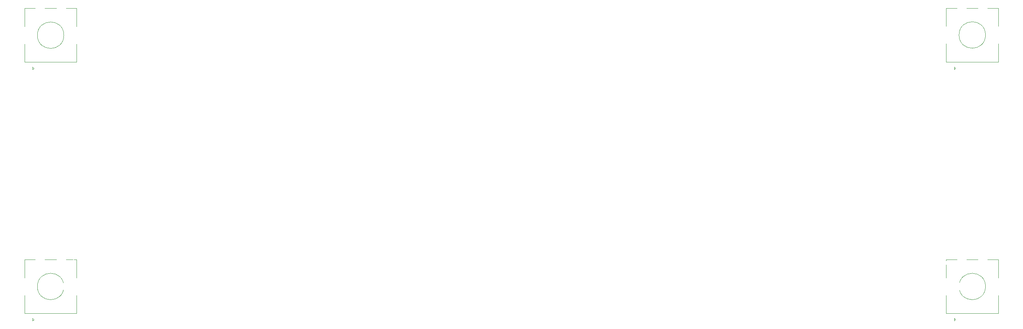
<source format=gbr>
%TF.GenerationSoftware,KiCad,Pcbnew,(6.0.7-1)-1*%
%TF.CreationDate,2022-08-22T03:12:19+03:00*%
%TF.ProjectId,Planck Drop In PCB,506c616e-636b-4204-9472-6f7020496e20,rev?*%
%TF.SameCoordinates,Original*%
%TF.FileFunction,Legend,Top*%
%TF.FilePolarity,Positive*%
%FSLAX46Y46*%
G04 Gerber Fmt 4.6, Leading zero omitted, Abs format (unit mm)*
G04 Created by KiCad (PCBNEW (6.0.7-1)-1) date 2022-08-22 03:12:19*
%MOMM*%
%LPD*%
G01*
G04 APERTURE LIST*
%ADD10C,0.120000*%
%ADD11C,1.750000*%
%ADD12C,3.987800*%
%ADD13C,3.048000*%
%ADD14R,2.000000X2.000000*%
%ADD15C,2.000000*%
%ADD16R,2.000000X3.200000*%
%ADD17C,0.750000*%
%ADD18O,1.100000X1.700000*%
%ADD19O,1.100000X2.200000*%
%ADD20C,0.800000*%
%ADD21C,0.600000*%
G04 APERTURE END LIST*
D10*
%TO.C,SW4*%
X250025107Y-128933333D02*
X250025107Y-128333333D01*
X250325107Y-128633333D02*
X250025107Y-128933333D01*
X248225107Y-123133333D02*
X248225107Y-127233333D01*
X260025107Y-115033333D02*
X260025107Y-119133333D01*
X254125107Y-121633333D02*
X254125107Y-120633333D01*
X250025107Y-128333333D02*
X250325107Y-128633333D01*
X257625107Y-115033333D02*
X260025107Y-115033333D01*
X260025107Y-123133333D02*
X260025107Y-127233333D01*
X253625107Y-121133333D02*
X254625107Y-121133333D01*
X248225107Y-119133333D02*
X248225107Y-115033333D01*
X248225107Y-115033333D02*
X250625107Y-115033333D01*
X248225107Y-127233333D02*
X260025107Y-127233333D01*
X252825107Y-115033333D02*
X255425107Y-115033333D01*
X257125107Y-121133333D02*
G75*
G03*
X257125107Y-121133333I-3000000J0D01*
G01*
%TO.C,SW1*%
X39225019Y-66158333D02*
X39225019Y-70258333D01*
X41325019Y-71658333D02*
X41025019Y-71958333D01*
X39225019Y-58058333D02*
X41625019Y-58058333D01*
X41025019Y-71358333D02*
X41325019Y-71658333D01*
X39225019Y-70258333D02*
X51025019Y-70258333D01*
X41025019Y-71958333D02*
X41025019Y-71358333D01*
X45125019Y-64658333D02*
X45125019Y-63658333D01*
X51025019Y-58058333D02*
X51025019Y-62158333D01*
X43825019Y-58058333D02*
X46425019Y-58058333D01*
X39225019Y-62158333D02*
X39225019Y-58058333D01*
X44625019Y-64158333D02*
X45625019Y-64158333D01*
X48625019Y-58058333D02*
X51025019Y-58058333D01*
X51025019Y-66158333D02*
X51025019Y-70258333D01*
X48125019Y-64158333D02*
G75*
G03*
X48125019Y-64158333I-3000000J0D01*
G01*
%TO.C,SW3*%
X260025107Y-58008333D02*
X260025107Y-62108333D01*
X260025107Y-66108333D02*
X260025107Y-70208333D01*
X248225107Y-62108333D02*
X248225107Y-58008333D01*
X250325107Y-71608333D02*
X250025107Y-71908333D01*
X248225107Y-58008333D02*
X250625107Y-58008333D01*
X250025107Y-71308333D02*
X250325107Y-71608333D01*
X248225107Y-66108333D02*
X248225107Y-70208333D01*
X254125107Y-64608333D02*
X254125107Y-63608333D01*
X248225107Y-70208333D02*
X260025107Y-70208333D01*
X252825107Y-58008333D02*
X255425107Y-58008333D01*
X253625107Y-64108333D02*
X254625107Y-64108333D01*
X250025107Y-71908333D02*
X250025107Y-71308333D01*
X257625107Y-58008333D02*
X260025107Y-58008333D01*
X257125107Y-64108333D02*
G75*
G03*
X257125107Y-64108333I-3000000J0D01*
G01*
%TO.C,SW2*%
X41025019Y-128933333D02*
X41025019Y-128333333D01*
X48625019Y-115033333D02*
X51025019Y-115033333D01*
X41025019Y-128333333D02*
X41325019Y-128633333D01*
X41325019Y-128633333D02*
X41025019Y-128933333D01*
X39225019Y-127233333D02*
X51025019Y-127233333D01*
X44625019Y-121133333D02*
X45625019Y-121133333D01*
X39225019Y-119133333D02*
X39225019Y-115033333D01*
X39225019Y-123133333D02*
X39225019Y-127233333D01*
X51025019Y-115033333D02*
X51025019Y-119133333D01*
X51025019Y-123133333D02*
X51025019Y-127233333D01*
X45125019Y-121633333D02*
X45125019Y-120633333D01*
X39225019Y-115033333D02*
X41625019Y-115033333D01*
X43825019Y-115033333D02*
X46425019Y-115033333D01*
X48125019Y-121133333D02*
G75*
G03*
X48125019Y-121133333I-3000000J0D01*
G01*
%TD*%
%LPC*%
D11*
%TO.C,MX36*%
X173045075Y-64125027D03*
X183205075Y-64125027D03*
D12*
X178125075Y-64125027D03*
%TD*%
D13*
%TO.C,MX35*%
X180531321Y-128110051D03*
D11*
X163545071Y-121125051D03*
D12*
X180531321Y-112870051D03*
X156718821Y-112870051D03*
X168625071Y-121125051D03*
D11*
X173705071Y-121125051D03*
D13*
X156718821Y-128110051D03*
%TD*%
D11*
%TO.C,MX9*%
X69205027Y-121125051D03*
X59045027Y-121125051D03*
D12*
X64125027Y-121125051D03*
%TD*%
D11*
%TO.C,MX49*%
X240205099Y-64125027D03*
D12*
X235125099Y-64125027D03*
D11*
X230045099Y-64125027D03*
%TD*%
%TO.C,MX42*%
X202205083Y-83125035D03*
X192045083Y-83125035D03*
D12*
X197125083Y-83125035D03*
%TD*%
%TO.C,MX52*%
X235125099Y-121125051D03*
D11*
X240205099Y-121125051D03*
X230045099Y-121125051D03*
%TD*%
D13*
%TO.C,MX30*%
X137718813Y-128110051D03*
D11*
X154705063Y-121125051D03*
D12*
X137718813Y-112870051D03*
D13*
X161531313Y-128110051D03*
D11*
X144545063Y-121125051D03*
D12*
X149625063Y-121125051D03*
X161531313Y-112870051D03*
%TD*%
D11*
%TO.C,MX21*%
X116045051Y-83125035D03*
D12*
X121125051Y-83125035D03*
D11*
X126205051Y-83125035D03*
%TD*%
D12*
%TO.C,MX53*%
X225625095Y-121125051D03*
D11*
X230705095Y-121125051D03*
X220545095Y-121125051D03*
%TD*%
D12*
%TO.C,MX4*%
X45125019Y-121125051D03*
D11*
X50205019Y-121125051D03*
X40045019Y-121125051D03*
%TD*%
%TO.C,MX44*%
X196795085Y-121125051D03*
D12*
X201875085Y-121125051D03*
D11*
X206955085Y-121125051D03*
%TD*%
%TO.C,MX34*%
X154045067Y-121125051D03*
X164205067Y-121125051D03*
D12*
X159125067Y-121125051D03*
%TD*%
D11*
%TO.C,MX32*%
X154045067Y-83125035D03*
D12*
X159125067Y-83125035D03*
D11*
X164205067Y-83125035D03*
%TD*%
%TO.C,MX19*%
X92295041Y-121125051D03*
D12*
X97375041Y-121125051D03*
D11*
X102455041Y-121125051D03*
%TD*%
%TO.C,MX38*%
X173045075Y-102125043D03*
X183205075Y-102125043D03*
D12*
X178125075Y-102125043D03*
%TD*%
D11*
%TO.C,MX5*%
X44795021Y-121125051D03*
D12*
X49875021Y-121125051D03*
D11*
X54955021Y-121125051D03*
%TD*%
%TO.C,MX2*%
X40045019Y-83125027D03*
D12*
X45125019Y-83125027D03*
D11*
X50205019Y-83125027D03*
%TD*%
%TO.C,MX7*%
X59045027Y-83125035D03*
X69205027Y-83125035D03*
D12*
X64125027Y-83125035D03*
%TD*%
%TO.C,MX48*%
X216125091Y-121125051D03*
D11*
X211045091Y-121125051D03*
X221205091Y-121125051D03*
%TD*%
D12*
%TO.C,MX43*%
X197125083Y-102125043D03*
D11*
X192045083Y-102125043D03*
X202205083Y-102125043D03*
%TD*%
D14*
%TO.C,SW4*%
X251625107Y-128633333D03*
D15*
X256625107Y-128633333D03*
X254125107Y-128633333D03*
D16*
X248525107Y-121133333D03*
X259725107Y-121133333D03*
D15*
X256625107Y-114133333D03*
X251625107Y-114133333D03*
%TD*%
D12*
%TO.C,MX3*%
X45125019Y-102125043D03*
D11*
X50205019Y-102125043D03*
X40045019Y-102125043D03*
%TD*%
%TO.C,MX10*%
X68545031Y-121125051D03*
D12*
X73625031Y-121125051D03*
D11*
X78705031Y-121125051D03*
%TD*%
D14*
%TO.C,SW1*%
X42625019Y-71658333D03*
D15*
X47625019Y-71658333D03*
X45125019Y-71658333D03*
D16*
X39525019Y-64158333D03*
X50725019Y-64158333D03*
D15*
X47625019Y-57158333D03*
X42625019Y-57158333D03*
%TD*%
D12*
%TO.C,MX13*%
X83125035Y-83125035D03*
D11*
X78045035Y-83125035D03*
X88205035Y-83125035D03*
%TD*%
D12*
%TO.C,MX16*%
X102125043Y-64125027D03*
D11*
X97045043Y-64125027D03*
X107205043Y-64125027D03*
%TD*%
%TO.C,MX11*%
X73295033Y-121125051D03*
X83455033Y-121125051D03*
D12*
X78375033Y-121125051D03*
%TD*%
D11*
%TO.C,MX24*%
X116045051Y-121125051D03*
X126205051Y-121125051D03*
D12*
X140175051Y-112870051D03*
D13*
X102075051Y-128110051D03*
X140175051Y-128110051D03*
D12*
X121125051Y-121125051D03*
X102075051Y-112870051D03*
%TD*%
D11*
%TO.C,MX37*%
X183205075Y-83125035D03*
D12*
X178125075Y-83125035D03*
D11*
X173045075Y-83125035D03*
%TD*%
%TO.C,MX6*%
X59045027Y-64125027D03*
D12*
X64125027Y-64125027D03*
D11*
X69205027Y-64125027D03*
%TD*%
%TO.C,MX22*%
X116045051Y-102125043D03*
X126205051Y-102125043D03*
D12*
X121125051Y-102125043D03*
%TD*%
D11*
%TO.C,MX19*%
X97045043Y-121125051D03*
X107205043Y-121125051D03*
D12*
X102125043Y-121125051D03*
%TD*%
D11*
%TO.C,MX31*%
X164205067Y-64125027D03*
D12*
X159125067Y-64125027D03*
D11*
X154045067Y-64125027D03*
%TD*%
%TO.C,MX25*%
X135045059Y-64125027D03*
D12*
X140125059Y-64125027D03*
D11*
X145205059Y-64125027D03*
%TD*%
%TO.C,MX17*%
X97045043Y-83125035D03*
D12*
X102125043Y-83125035D03*
D11*
X107205043Y-83125035D03*
%TD*%
%TO.C,MX45*%
X221205091Y-64125027D03*
X211045091Y-64125027D03*
D12*
X216125091Y-64125027D03*
%TD*%
%TO.C,MX28*%
X140125059Y-121125051D03*
D11*
X145205059Y-121125051D03*
X135045059Y-121125051D03*
%TD*%
D14*
%TO.C,SW3*%
X251625107Y-71608333D03*
D15*
X256625107Y-71608333D03*
X254125107Y-71608333D03*
D16*
X259725107Y-64108333D03*
X248525107Y-64108333D03*
D15*
X256625107Y-57108333D03*
X251625107Y-57108333D03*
%TD*%
D11*
%TO.C,MX15*%
X88205035Y-121125051D03*
X78045035Y-121125051D03*
D12*
X83125035Y-121125051D03*
%TD*%
D11*
%TO.C,MX54*%
X225955093Y-121125051D03*
D12*
X220875093Y-121125051D03*
D11*
X215795093Y-121125051D03*
%TD*%
%TO.C,MX59*%
X244295105Y-121125051D03*
X254455105Y-121125051D03*
D12*
X249375105Y-121125051D03*
%TD*%
%TO.C,MX39*%
X178125075Y-121125051D03*
D11*
X183205075Y-121125051D03*
X173045075Y-121125051D03*
%TD*%
D13*
%TO.C,MX40*%
X159075075Y-128110051D03*
D12*
X178125075Y-121125051D03*
D13*
X197175075Y-128110051D03*
D11*
X173045075Y-121125051D03*
X183205075Y-121125051D03*
D12*
X197175075Y-112870051D03*
X159075075Y-112870051D03*
%TD*%
D11*
%TO.C,MX44*%
X202205083Y-121125051D03*
D12*
X197125083Y-121125051D03*
D11*
X192045083Y-121125051D03*
%TD*%
%TO.C,MX14*%
X88205035Y-102125043D03*
D12*
X83125035Y-102125043D03*
D11*
X78045035Y-102125043D03*
%TD*%
D12*
%TO.C,MX51*%
X235125099Y-102125043D03*
D11*
X240205099Y-102125043D03*
X230045099Y-102125043D03*
%TD*%
D12*
%TO.C,MX57*%
X254125107Y-102125043D03*
D11*
X249045107Y-102125043D03*
X259205107Y-102125043D03*
%TD*%
%TO.C,MX27*%
X135045059Y-102125043D03*
D12*
X140125059Y-102125043D03*
D11*
X145205059Y-102125043D03*
%TD*%
%TO.C,MX8*%
X59045027Y-102125043D03*
D12*
X64125027Y-102125043D03*
D11*
X69205027Y-102125043D03*
%TD*%
D12*
%TO.C,MX56*%
X254125107Y-83125035D03*
D11*
X249045107Y-83125035D03*
X259205107Y-83125035D03*
%TD*%
%TO.C,MX46*%
X211045091Y-83125035D03*
D12*
X216125091Y-83125035D03*
D11*
X221205091Y-83125035D03*
%TD*%
%TO.C,MX18*%
X97045043Y-102125043D03*
D12*
X102125043Y-102125043D03*
D11*
X107205043Y-102125043D03*
%TD*%
%TO.C,MX41*%
X202205083Y-64125027D03*
D12*
X197125083Y-64125027D03*
D11*
X192045083Y-64125027D03*
%TD*%
%TO.C,MX58*%
X249045107Y-121125051D03*
X259205107Y-121125051D03*
D12*
X254125107Y-121125051D03*
%TD*%
D11*
%TO.C,MX12*%
X88205035Y-64125027D03*
X78045035Y-64125027D03*
D12*
X83125035Y-64125027D03*
%TD*%
D11*
%TO.C,MX47*%
X211045091Y-102125043D03*
X221205091Y-102125043D03*
D12*
X216125091Y-102125043D03*
%TD*%
D14*
%TO.C,SW2*%
X42625019Y-128633333D03*
D15*
X47625019Y-128633333D03*
X45125019Y-128633333D03*
D16*
X39525019Y-121133333D03*
X50725019Y-121133333D03*
D15*
X47625019Y-114133333D03*
X42625019Y-114133333D03*
%TD*%
D11*
%TO.C,MX55*%
X259205107Y-64125027D03*
X249045107Y-64125027D03*
D12*
X254125107Y-64125027D03*
%TD*%
%TO.C,MX26*%
X140125059Y-83125035D03*
D11*
X145205059Y-83125035D03*
X135045059Y-83125035D03*
%TD*%
%TO.C,MX20*%
X116045051Y-64125027D03*
X126205051Y-64125027D03*
D12*
X121125051Y-64125027D03*
%TD*%
%TO.C,MX23*%
X121125051Y-121125051D03*
D11*
X116045051Y-121125051D03*
X126205051Y-121125051D03*
%TD*%
D12*
%TO.C,MX29*%
X142531305Y-112870051D03*
D13*
X118718805Y-128110051D03*
D11*
X135705055Y-121125051D03*
D12*
X130625055Y-121125051D03*
X118718805Y-112870051D03*
D11*
X125545055Y-121125051D03*
D13*
X142531305Y-128110051D03*
%TD*%
D12*
%TO.C,MX50*%
X235125099Y-83125035D03*
D11*
X240205099Y-83125035D03*
X230045099Y-83125035D03*
%TD*%
%TO.C,MX33*%
X164205067Y-102125043D03*
D12*
X159125067Y-102125043D03*
D11*
X154045067Y-102125043D03*
%TD*%
%TO.C,MX1*%
X40045019Y-64125027D03*
D12*
X45125019Y-64125027D03*
D11*
X50205019Y-64125027D03*
%TD*%
D17*
%TO.C,USB1*%
X70735031Y-59037500D03*
X76515031Y-59037500D03*
D18*
X69305031Y-55387500D03*
D19*
X77945031Y-59567500D03*
X69305031Y-59567500D03*
D18*
X77945031Y-55387500D03*
%TD*%
D20*
X72670000Y-98300000D03*
D21*
X73540000Y-90310000D03*
D20*
X75409500Y-86010000D03*
D21*
X73820000Y-94517000D03*
D20*
X80580000Y-96130000D03*
X59510000Y-91540000D03*
X93470000Y-58450000D03*
X245880000Y-59580000D03*
X43490000Y-109280000D03*
X93810000Y-100920000D03*
X109530000Y-98150000D03*
X227380000Y-59270000D03*
D21*
X88590000Y-85390000D03*
D20*
X212940000Y-122290000D03*
X63550000Y-59250000D03*
X112550000Y-125880000D03*
X215480000Y-60240000D03*
X75350000Y-101290000D03*
X77090000Y-118140000D03*
X148780000Y-126620000D03*
D21*
X90930000Y-115820000D03*
D20*
X248340000Y-93820000D03*
X102420000Y-117220000D03*
X77000000Y-100660000D03*
X45030000Y-112950000D03*
X210240000Y-114030000D03*
X234990000Y-117550000D03*
X54660000Y-100960000D03*
X134490000Y-113120000D03*
X80540000Y-88760000D03*
X50330000Y-114700000D03*
D21*
X72140000Y-102760000D03*
D20*
X168010000Y-60550000D03*
X82950000Y-99090000D03*
X49970000Y-117710000D03*
D21*
X55410000Y-115590000D03*
D20*
X55170000Y-70930000D03*
X39890000Y-96140000D03*
D21*
X83396609Y-92735568D03*
D20*
X67540000Y-75030000D03*
X71400000Y-84430000D03*
X189510000Y-114550000D03*
X186220000Y-60470000D03*
D21*
X74840000Y-106690000D03*
D20*
X102080000Y-59130000D03*
X102100000Y-97910000D03*
X248250000Y-115780000D03*
X93950000Y-81680000D03*
X53760000Y-61710000D03*
X225110000Y-96340000D03*
X251570000Y-88450000D03*
X131780000Y-60130000D03*
X82390000Y-110240000D03*
X66660000Y-88210000D03*
X76250000Y-64650000D03*
X148360000Y-62120000D03*
X254350000Y-116960000D03*
X54850000Y-109760000D03*
X243530000Y-62040000D03*
X205370000Y-61810000D03*
X40970000Y-125670000D03*
X61180000Y-91580000D03*
X157610000Y-59350000D03*
X166550000Y-110030000D03*
X202930000Y-61380000D03*
X75770000Y-98310000D03*
X247840000Y-75590000D03*
X58930000Y-94510000D03*
X71650000Y-75540000D03*
X127820000Y-110470000D03*
X56420000Y-106590000D03*
X149570000Y-58450000D03*
X207050000Y-57820000D03*
X251700000Y-94590000D03*
X63540000Y-117400000D03*
X248070000Y-81090000D03*
X240220000Y-61130000D03*
X64160000Y-98060000D03*
X204040000Y-110210000D03*
X110480000Y-60950000D03*
X91680000Y-62100000D03*
X202060000Y-117550000D03*
X106070000Y-88400000D03*
D21*
X86730000Y-87330000D03*
D20*
X70820000Y-99930000D03*
X74216644Y-86528259D03*
X73865000Y-98425000D03*
D21*
X58490000Y-112040000D03*
X251440000Y-103930000D03*
X54260000Y-68310000D03*
X56680000Y-65440000D03*
X43058219Y-105844710D03*
X49416382Y-112209435D03*
X59550000Y-68310000D03*
X256890000Y-91130000D03*
X253600000Y-91130000D03*
X54760000Y-111600000D03*
X251190000Y-110770000D03*
X68860000Y-66660000D03*
X75970000Y-66660000D03*
X59440000Y-84910000D03*
X242670000Y-85660000D03*
X96240000Y-85660000D03*
X86220000Y-84310000D03*
X240110000Y-85650000D03*
X54810000Y-85910000D03*
X67220000Y-86880000D03*
X92040000Y-84870000D03*
X56750000Y-104660000D03*
X59340000Y-104660000D03*
X53920000Y-104660000D03*
D20*
X56990000Y-118470000D03*
X54990000Y-123710000D03*
D21*
X249630000Y-86700000D03*
X246440000Y-64050000D03*
X43150000Y-92070000D03*
X53290000Y-65870000D03*
X48620000Y-112280000D03*
X42260000Y-105890000D03*
X56820000Y-112970000D03*
X58780000Y-112970000D03*
D20*
X71070000Y-62000000D03*
X72360000Y-63210000D03*
X74379500Y-82600000D03*
X69680000Y-98500000D03*
X90310000Y-76900000D03*
D21*
X97520000Y-90670000D03*
X79860000Y-91040000D03*
X59371979Y-109580744D03*
X58020000Y-92630000D03*
X237890825Y-110678647D03*
X238720000Y-110660000D03*
X58808606Y-92761544D03*
X59490000Y-108790000D03*
M02*

</source>
